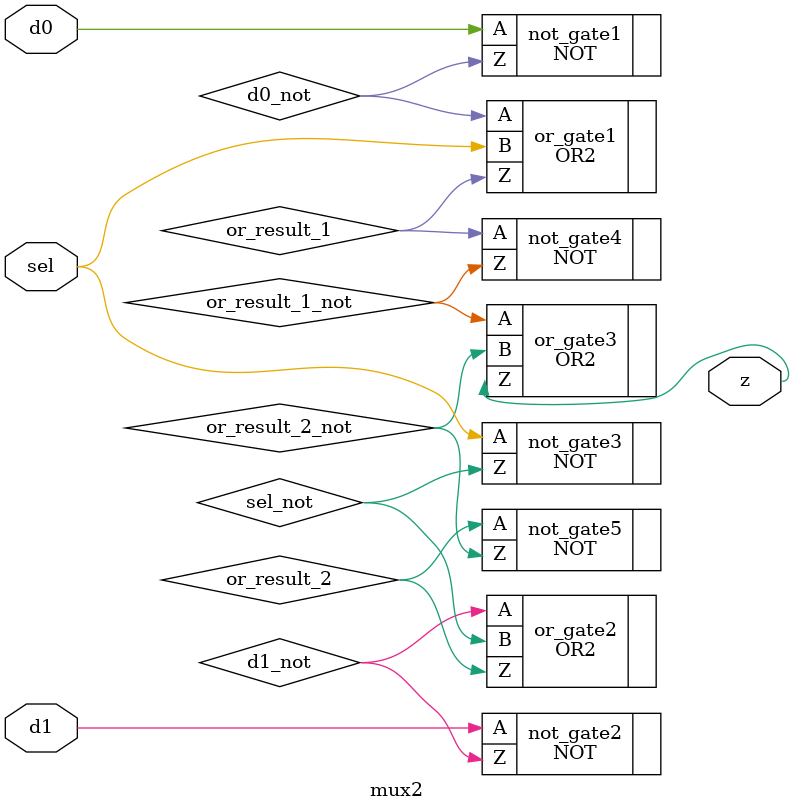
<source format=sv>
module mux2 (
    input logic d0,          // Data input 0
    input logic d1,          // Data input 1
    input logic sel,         // Select input
    output logic z           // Output
);
logic or_result_1,or_result_2;
logic or_result_1_not,or_result_2_not;
logic d0_not,d1_not,sel_not;

NOT #(
	.Tpdlh(10),
	.Tpdhl(6)
	) not_gate1 (
	.A(d0),
	.Z(d0_not)
	);
	
NOT #(
	.Tpdlh(10),
	.Tpdhl(6)
	) not_gate2 (
	.A(d1),
	.Z(d1_not)
	);
	
NOT #(
	.Tpdlh(10),
	.Tpdhl(6)
	) not_gate3 (
	.A(sel),
	.Z(sel_not)
	);
	
NOT #(
	.Tpdlh(10),
	.Tpdhl(6)
	) not_gate4 (
	.A(or_result_1),
	.Z(or_result_1_not)
	);

NOT #(
	.Tpdlh(10),
	.Tpdhl(6)
	) not_gate5 (
	.A(or_result_2),
	.Z(or_result_2_not)
	);
	
OR2 #(
	.Tpdlh(9),
	.Tpdhl(5)
	) or_gate1 (
	.A(d0_not),
	.B(sel),
	.Z(or_result_1)
	);
	
	
OR2 #(
	.Tpdlh(9),
	.Tpdhl(5)
	) or_gate2 (
	.A(d1_not),
	.B(sel_not),
	.Z(or_result_2)
	);
	
OR2 #(
	.Tpdlh(9),
	.Tpdhl(5)
	) or_gate3 (
	.A(or_result_1_not),
	.B(or_result_2_not),
	.Z(z)
	);




endmodule

</source>
